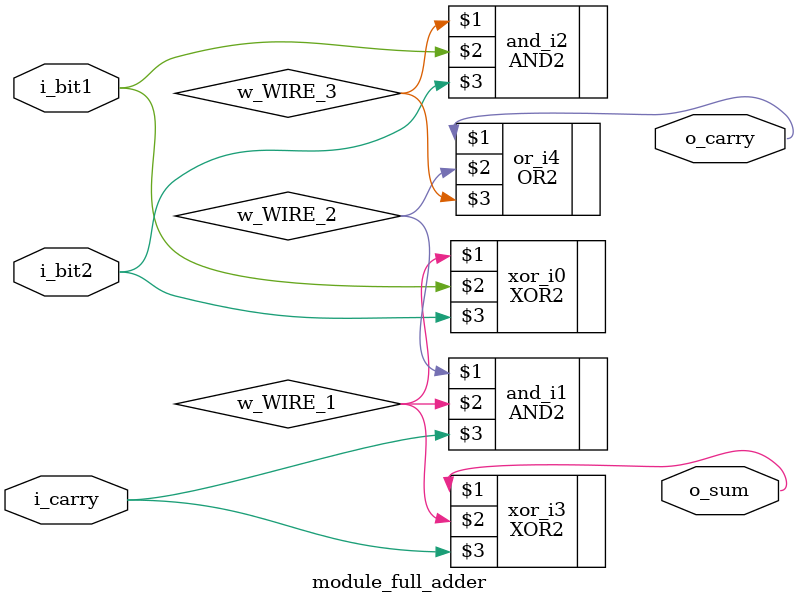
<source format=v>
module module_full_adder 
  (
   i_bit1,
   i_bit2,
   i_carry,
   o_sum,
   o_carry
   );

  input  i_bit1;
  input  i_bit2;
  input  i_carry;
  output o_sum;
  output o_carry;

  wire   w_WIRE_1;
  wire   w_WIRE_2;
  wire   w_WIRE_3;

/*      
  assign w_WIRE_1 = i_bit1 ^ i_bit2;
  assign w_WIRE_2 = w_WIRE_1 & i_carry;
  assign w_WIRE_3 = i_bit1 & i_bit2;

  assign o_sum   = w_WIRE_1 ^ i_carry;
  assign o_carry = w_WIRE_2 | w_WIRE_3;
*/

  // FYI: Code above using wires will produce the same results as:
  // assign o_sum   = i_bit1 ^ i_bit2 ^ i_carry;
  // assign o_carry = (i_bit1 ^ i_bit2) & i_carry) | (i_bit1 & i_bit2);

  // Wires are just used to be explicit. 

  // Mapping to use Xilinx UNISIM
  // Not, these components don't require glbl (unlike AND2B1 for example)
  XOR2 xor_i0(w_WIRE_1, i_bit1, i_bit2);
  AND2 and_i1(w_WIRE_2, w_WIRE_1, i_carry);
  AND2 and_i2(w_WIRE_3, i_bit1, i_bit2);
  XOR2 xor_i3(o_sum, w_WIRE_1, i_carry);
  OR2  or_i4(o_carry, w_WIRE_2, w_WIRE_3);
 
endmodule // module_full_adder

</source>
